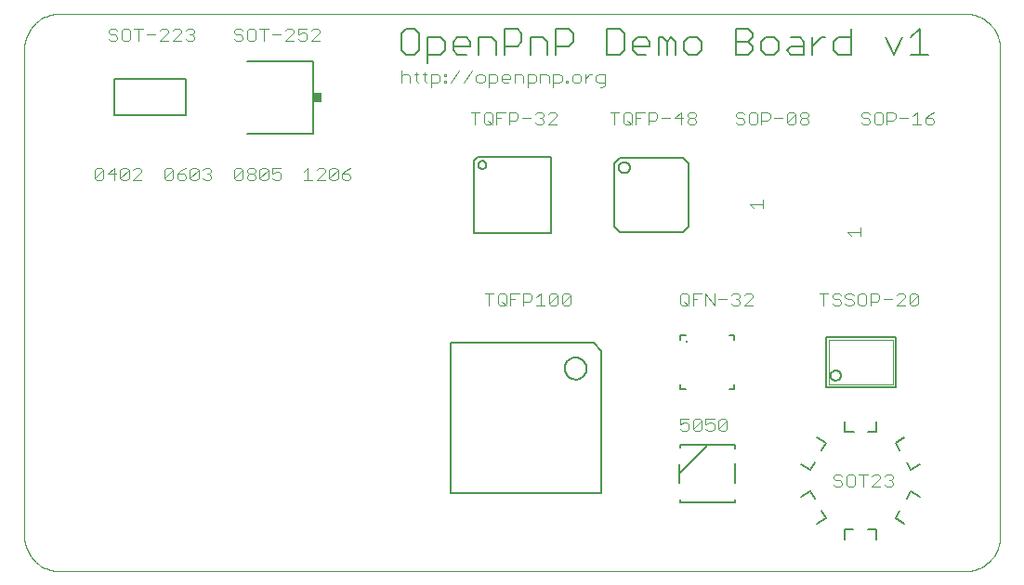
<source format=gto>
G75*
%MOIN*%
%OFA0B0*%
%FSLAX24Y24*%
%IPPOS*%
%LPD*%
%AMOC8*
5,1,8,0,0,1.08239X$1,22.5*
%
%ADD10C,0.0040*%
%ADD11C,0.0080*%
%ADD12C,0.0000*%
%ADD13C,0.0050*%
%ADD14R,0.0089X0.0089*%
%ADD15R,0.0300X0.0340*%
%ADD16C,0.0060*%
%ADD17C,0.0020*%
D10*
X016773Y009620D02*
X016773Y010080D01*
X016620Y010080D02*
X016927Y010080D01*
X017080Y010004D02*
X017157Y010080D01*
X017311Y010080D01*
X017387Y010004D01*
X017387Y009697D01*
X017311Y009620D01*
X017157Y009620D01*
X017080Y009697D01*
X017080Y010004D01*
X017234Y009773D02*
X017387Y009620D01*
X017541Y009620D02*
X017541Y010080D01*
X017848Y010080D01*
X018001Y010080D02*
X018231Y010080D01*
X018308Y010004D01*
X018308Y009850D01*
X018231Y009773D01*
X018001Y009773D01*
X018001Y009620D02*
X018001Y010080D01*
X017694Y009850D02*
X017541Y009850D01*
X018462Y009927D02*
X018615Y010080D01*
X018615Y009620D01*
X018462Y009620D02*
X018768Y009620D01*
X018922Y009697D02*
X018999Y009620D01*
X019152Y009620D01*
X019229Y009697D01*
X019229Y010004D01*
X018922Y009697D01*
X018922Y010004D01*
X018999Y010080D01*
X019152Y010080D01*
X019229Y010004D01*
X019382Y010004D02*
X019382Y009697D01*
X019689Y010004D01*
X019689Y009697D01*
X019613Y009620D01*
X019459Y009620D01*
X019382Y009697D01*
X019382Y010004D02*
X019459Y010080D01*
X019613Y010080D01*
X019689Y010004D01*
X023620Y010004D02*
X023620Y009697D01*
X023697Y009620D01*
X023850Y009620D01*
X023927Y009697D01*
X023927Y010004D01*
X023850Y010080D01*
X023697Y010080D01*
X023620Y010004D01*
X023773Y009773D02*
X023927Y009620D01*
X024080Y009620D02*
X024080Y010080D01*
X024387Y010080D01*
X024541Y010080D02*
X024848Y009620D01*
X024848Y010080D01*
X025001Y009850D02*
X025308Y009850D01*
X025462Y009697D02*
X025538Y009620D01*
X025692Y009620D01*
X025768Y009697D01*
X025768Y009773D01*
X025692Y009850D01*
X025615Y009850D01*
X025692Y009850D02*
X025768Y009927D01*
X025768Y010004D01*
X025692Y010080D01*
X025538Y010080D01*
X025462Y010004D01*
X025922Y010004D02*
X025999Y010080D01*
X026152Y010080D01*
X026229Y010004D01*
X026229Y009927D01*
X025922Y009620D01*
X026229Y009620D01*
X024541Y009620D02*
X024541Y010080D01*
X024234Y009850D02*
X024080Y009850D01*
X028620Y010080D02*
X028927Y010080D01*
X028773Y010080D02*
X028773Y009620D01*
X029080Y009697D02*
X029157Y009620D01*
X029311Y009620D01*
X029387Y009697D01*
X029387Y009773D01*
X029311Y009850D01*
X029157Y009850D01*
X029080Y009927D01*
X029080Y010004D01*
X029157Y010080D01*
X029311Y010080D01*
X029387Y010004D01*
X029541Y010004D02*
X029541Y009927D01*
X029618Y009850D01*
X029771Y009850D01*
X029848Y009773D01*
X029848Y009697D01*
X029771Y009620D01*
X029618Y009620D01*
X029541Y009697D01*
X029541Y010004D02*
X029618Y010080D01*
X029771Y010080D01*
X029848Y010004D01*
X030001Y010004D02*
X030001Y009697D01*
X030078Y009620D01*
X030231Y009620D01*
X030308Y009697D01*
X030308Y010004D01*
X030231Y010080D01*
X030078Y010080D01*
X030001Y010004D01*
X030462Y010080D02*
X030692Y010080D01*
X030768Y010004D01*
X030768Y009850D01*
X030692Y009773D01*
X030462Y009773D01*
X030462Y009620D02*
X030462Y010080D01*
X030922Y009850D02*
X031229Y009850D01*
X031382Y010004D02*
X031459Y010080D01*
X031613Y010080D01*
X031689Y010004D01*
X031689Y009927D01*
X031382Y009620D01*
X031689Y009620D01*
X031843Y009697D02*
X031919Y009620D01*
X032073Y009620D01*
X032150Y009697D01*
X032150Y010004D01*
X031843Y009697D01*
X031843Y010004D01*
X031919Y010080D01*
X032073Y010080D01*
X032150Y010004D01*
X030080Y012120D02*
X030080Y012427D01*
X030080Y012273D02*
X029620Y012273D01*
X029773Y012120D01*
X026580Y013120D02*
X026580Y013427D01*
X026580Y013273D02*
X026120Y013273D01*
X026273Y013120D01*
X026311Y016120D02*
X026387Y016197D01*
X026387Y016504D01*
X026311Y016580D01*
X026157Y016580D01*
X026080Y016504D01*
X026080Y016197D01*
X026157Y016120D01*
X026311Y016120D01*
X026541Y016120D02*
X026541Y016580D01*
X026771Y016580D01*
X026848Y016504D01*
X026848Y016350D01*
X026771Y016273D01*
X026541Y016273D01*
X027001Y016350D02*
X027308Y016350D01*
X027462Y016197D02*
X027538Y016120D01*
X027692Y016120D01*
X027768Y016197D01*
X027768Y016504D01*
X027462Y016197D01*
X027462Y016504D01*
X027538Y016580D01*
X027692Y016580D01*
X027768Y016504D01*
X027922Y016504D02*
X027999Y016580D01*
X028152Y016580D01*
X028229Y016504D01*
X028229Y016427D01*
X028152Y016350D01*
X027999Y016350D01*
X027922Y016427D01*
X027922Y016504D01*
X027999Y016350D02*
X027922Y016273D01*
X027922Y016197D01*
X027999Y016120D01*
X028152Y016120D01*
X028229Y016197D01*
X028229Y016273D01*
X028152Y016350D01*
X030120Y016427D02*
X030197Y016350D01*
X030350Y016350D01*
X030427Y016273D01*
X030427Y016197D01*
X030350Y016120D01*
X030197Y016120D01*
X030120Y016197D01*
X030120Y016427D02*
X030120Y016504D01*
X030197Y016580D01*
X030350Y016580D01*
X030427Y016504D01*
X030580Y016504D02*
X030580Y016197D01*
X030657Y016120D01*
X030811Y016120D01*
X030887Y016197D01*
X030887Y016504D01*
X030811Y016580D01*
X030657Y016580D01*
X030580Y016504D01*
X031041Y016580D02*
X031041Y016120D01*
X031041Y016273D02*
X031271Y016273D01*
X031348Y016350D01*
X031348Y016504D01*
X031271Y016580D01*
X031041Y016580D01*
X031501Y016350D02*
X031808Y016350D01*
X031962Y016427D02*
X032115Y016580D01*
X032115Y016120D01*
X031962Y016120D02*
X032268Y016120D01*
X032422Y016197D02*
X032499Y016120D01*
X032652Y016120D01*
X032729Y016197D01*
X032729Y016273D01*
X032652Y016350D01*
X032422Y016350D01*
X032422Y016197D01*
X032422Y016350D02*
X032575Y016504D01*
X032729Y016580D01*
X025927Y016504D02*
X025850Y016580D01*
X025697Y016580D01*
X025620Y016504D01*
X025620Y016427D01*
X025697Y016350D01*
X025850Y016350D01*
X025927Y016273D01*
X025927Y016197D01*
X025850Y016120D01*
X025697Y016120D01*
X025620Y016197D01*
X024189Y016197D02*
X024113Y016120D01*
X023959Y016120D01*
X023882Y016197D01*
X023882Y016273D01*
X023959Y016350D01*
X024113Y016350D01*
X024189Y016273D01*
X024189Y016197D01*
X024113Y016350D02*
X024189Y016427D01*
X024189Y016504D01*
X024113Y016580D01*
X023959Y016580D01*
X023882Y016504D01*
X023882Y016427D01*
X023959Y016350D01*
X023729Y016350D02*
X023422Y016350D01*
X023652Y016580D01*
X023652Y016120D01*
X023268Y016350D02*
X022962Y016350D01*
X022808Y016350D02*
X022808Y016504D01*
X022731Y016580D01*
X022501Y016580D01*
X022501Y016120D01*
X022501Y016273D02*
X022731Y016273D01*
X022808Y016350D01*
X022194Y016350D02*
X022041Y016350D01*
X021887Y016197D02*
X021811Y016120D01*
X021657Y016120D01*
X021580Y016197D01*
X021580Y016504D01*
X021657Y016580D01*
X021811Y016580D01*
X021887Y016504D01*
X021887Y016197D01*
X021887Y016120D02*
X021734Y016273D01*
X022041Y016120D02*
X022041Y016580D01*
X022348Y016580D01*
X021427Y016580D02*
X021120Y016580D01*
X021273Y016580D02*
X021273Y016120D01*
X019189Y016120D02*
X018882Y016120D01*
X019189Y016427D01*
X019189Y016504D01*
X019113Y016580D01*
X018959Y016580D01*
X018882Y016504D01*
X018729Y016504D02*
X018729Y016427D01*
X018652Y016350D01*
X018729Y016273D01*
X018729Y016197D01*
X018652Y016120D01*
X018499Y016120D01*
X018422Y016197D01*
X018575Y016350D02*
X018652Y016350D01*
X018729Y016504D02*
X018652Y016580D01*
X018499Y016580D01*
X018422Y016504D01*
X018268Y016350D02*
X017962Y016350D01*
X017808Y016350D02*
X017808Y016504D01*
X017731Y016580D01*
X017501Y016580D01*
X017501Y016120D01*
X017501Y016273D02*
X017731Y016273D01*
X017808Y016350D01*
X017348Y016580D02*
X017041Y016580D01*
X017041Y016120D01*
X016887Y016120D02*
X016734Y016273D01*
X016887Y016197D02*
X016811Y016120D01*
X016657Y016120D01*
X016580Y016197D01*
X016580Y016504D01*
X016657Y016580D01*
X016811Y016580D01*
X016887Y016504D01*
X016887Y016197D01*
X017041Y016350D02*
X017194Y016350D01*
X016427Y016580D02*
X016120Y016580D01*
X016273Y016580D02*
X016273Y016120D01*
X016766Y017467D02*
X016766Y017927D01*
X016996Y017927D01*
X017073Y017850D01*
X017073Y017697D01*
X016996Y017620D01*
X016766Y017620D01*
X016613Y017697D02*
X016613Y017850D01*
X016536Y017927D01*
X016382Y017927D01*
X016306Y017850D01*
X016306Y017697D01*
X016382Y017620D01*
X016536Y017620D01*
X016613Y017697D01*
X017226Y017697D02*
X017226Y017850D01*
X017303Y017927D01*
X017457Y017927D01*
X017533Y017850D01*
X017533Y017773D01*
X017226Y017773D01*
X017226Y017697D02*
X017303Y017620D01*
X017457Y017620D01*
X017687Y017620D02*
X017687Y017927D01*
X017917Y017927D01*
X017994Y017850D01*
X017994Y017620D01*
X018147Y017620D02*
X018377Y017620D01*
X018454Y017697D01*
X018454Y017850D01*
X018377Y017927D01*
X018147Y017927D01*
X018147Y017467D01*
X018608Y017620D02*
X018608Y017927D01*
X018838Y017927D01*
X018915Y017850D01*
X018915Y017620D01*
X019068Y017620D02*
X019298Y017620D01*
X019375Y017697D01*
X019375Y017850D01*
X019298Y017927D01*
X019068Y017927D01*
X019068Y017467D01*
X019528Y017620D02*
X019605Y017620D01*
X019605Y017697D01*
X019528Y017697D01*
X019528Y017620D01*
X019759Y017697D02*
X019759Y017850D01*
X019835Y017927D01*
X019989Y017927D01*
X020065Y017850D01*
X020065Y017697D01*
X019989Y017620D01*
X019835Y017620D01*
X019759Y017697D01*
X020219Y017773D02*
X020372Y017927D01*
X020449Y017927D01*
X020603Y017850D02*
X020603Y017697D01*
X020679Y017620D01*
X020910Y017620D01*
X020910Y017543D02*
X020910Y017927D01*
X020679Y017927D01*
X020603Y017850D01*
X020219Y017927D02*
X020219Y017620D01*
X020756Y017467D02*
X020833Y017467D01*
X020910Y017543D01*
X016152Y018080D02*
X015845Y017620D01*
X015385Y017620D02*
X015692Y018080D01*
X015231Y017927D02*
X015231Y017850D01*
X015155Y017850D01*
X015155Y017927D01*
X015231Y017927D01*
X015231Y017697D02*
X015231Y017620D01*
X015155Y017620D01*
X015155Y017697D01*
X015231Y017697D01*
X015001Y017697D02*
X015001Y017850D01*
X014924Y017927D01*
X014694Y017927D01*
X014694Y017467D01*
X014694Y017620D02*
X014924Y017620D01*
X015001Y017697D01*
X014541Y017620D02*
X014464Y017697D01*
X014464Y018004D01*
X014387Y017927D02*
X014541Y017927D01*
X014234Y017927D02*
X014080Y017927D01*
X014157Y018004D02*
X014157Y017697D01*
X014234Y017620D01*
X013927Y017620D02*
X013927Y017850D01*
X013850Y017927D01*
X013697Y017927D01*
X013620Y017850D01*
X013620Y018080D02*
X013620Y017620D01*
X010689Y019120D02*
X010382Y019120D01*
X010689Y019427D01*
X010689Y019504D01*
X010613Y019580D01*
X010459Y019580D01*
X010382Y019504D01*
X010229Y019580D02*
X009922Y019580D01*
X009922Y019350D01*
X010075Y019427D01*
X010152Y019427D01*
X010229Y019350D01*
X010229Y019197D01*
X010152Y019120D01*
X009999Y019120D01*
X009922Y019197D01*
X009768Y019120D02*
X009462Y019120D01*
X009768Y019427D01*
X009768Y019504D01*
X009692Y019580D01*
X009538Y019580D01*
X009462Y019504D01*
X009308Y019350D02*
X009001Y019350D01*
X008848Y019580D02*
X008541Y019580D01*
X008694Y019580D02*
X008694Y019120D01*
X008387Y019197D02*
X008387Y019504D01*
X008311Y019580D01*
X008157Y019580D01*
X008080Y019504D01*
X008080Y019197D01*
X008157Y019120D01*
X008311Y019120D01*
X008387Y019197D01*
X007927Y019197D02*
X007850Y019120D01*
X007697Y019120D01*
X007620Y019197D01*
X007697Y019350D02*
X007850Y019350D01*
X007927Y019273D01*
X007927Y019197D01*
X007697Y019350D02*
X007620Y019427D01*
X007620Y019504D01*
X007697Y019580D01*
X007850Y019580D01*
X007927Y019504D01*
X006189Y019504D02*
X006189Y019427D01*
X006113Y019350D01*
X006189Y019273D01*
X006189Y019197D01*
X006113Y019120D01*
X005959Y019120D01*
X005882Y019197D01*
X005729Y019120D02*
X005422Y019120D01*
X005729Y019427D01*
X005729Y019504D01*
X005652Y019580D01*
X005499Y019580D01*
X005422Y019504D01*
X005268Y019504D02*
X005192Y019580D01*
X005038Y019580D01*
X004962Y019504D01*
X004808Y019350D02*
X004501Y019350D01*
X004348Y019580D02*
X004041Y019580D01*
X004194Y019580D02*
X004194Y019120D01*
X003887Y019197D02*
X003887Y019504D01*
X003811Y019580D01*
X003657Y019580D01*
X003580Y019504D01*
X003580Y019197D01*
X003657Y019120D01*
X003811Y019120D01*
X003887Y019197D01*
X003427Y019197D02*
X003350Y019120D01*
X003197Y019120D01*
X003120Y019197D01*
X003197Y019350D02*
X003120Y019427D01*
X003120Y019504D01*
X003197Y019580D01*
X003350Y019580D01*
X003427Y019504D01*
X003350Y019350D02*
X003427Y019273D01*
X003427Y019197D01*
X003350Y019350D02*
X003197Y019350D01*
X004962Y019120D02*
X005268Y019427D01*
X005268Y019504D01*
X005268Y019120D02*
X004962Y019120D01*
X005882Y019504D02*
X005959Y019580D01*
X006113Y019580D01*
X006189Y019504D01*
X006113Y019350D02*
X006036Y019350D01*
X006118Y014580D02*
X006271Y014580D01*
X006348Y014504D01*
X006041Y014197D01*
X006118Y014120D01*
X006271Y014120D01*
X006348Y014197D01*
X006348Y014504D01*
X006501Y014504D02*
X006578Y014580D01*
X006731Y014580D01*
X006808Y014504D01*
X006808Y014427D01*
X006731Y014350D01*
X006808Y014273D01*
X006808Y014197D01*
X006731Y014120D01*
X006578Y014120D01*
X006501Y014197D01*
X006655Y014350D02*
X006731Y014350D01*
X006118Y014580D02*
X006041Y014504D01*
X006041Y014197D01*
X005887Y014197D02*
X005811Y014120D01*
X005657Y014120D01*
X005580Y014197D01*
X005580Y014350D01*
X005811Y014350D01*
X005887Y014273D01*
X005887Y014197D01*
X005734Y014504D02*
X005580Y014350D01*
X005427Y014197D02*
X005427Y014504D01*
X005120Y014197D01*
X005197Y014120D01*
X005350Y014120D01*
X005427Y014197D01*
X005427Y014504D02*
X005350Y014580D01*
X005197Y014580D01*
X005120Y014504D01*
X005120Y014197D01*
X005734Y014504D02*
X005887Y014580D01*
X004308Y014504D02*
X004231Y014580D01*
X004078Y014580D01*
X004001Y014504D01*
X003848Y014504D02*
X003541Y014197D01*
X003618Y014120D01*
X003771Y014120D01*
X003848Y014197D01*
X003848Y014504D01*
X003771Y014580D01*
X003618Y014580D01*
X003541Y014504D01*
X003541Y014197D01*
X003387Y014350D02*
X003080Y014350D01*
X003311Y014580D01*
X003311Y014120D01*
X002927Y014197D02*
X002850Y014120D01*
X002697Y014120D01*
X002620Y014197D01*
X002927Y014504D01*
X002927Y014197D01*
X002927Y014504D02*
X002850Y014580D01*
X002697Y014580D01*
X002620Y014504D01*
X002620Y014197D01*
X004001Y014120D02*
X004308Y014427D01*
X004308Y014504D01*
X004308Y014120D02*
X004001Y014120D01*
X007620Y014197D02*
X007697Y014120D01*
X007850Y014120D01*
X007927Y014197D01*
X007927Y014504D01*
X007620Y014197D01*
X007620Y014504D01*
X007697Y014580D01*
X007850Y014580D01*
X007927Y014504D01*
X008080Y014504D02*
X008080Y014427D01*
X008157Y014350D01*
X008311Y014350D01*
X008387Y014273D01*
X008387Y014197D01*
X008311Y014120D01*
X008157Y014120D01*
X008080Y014197D01*
X008080Y014273D01*
X008157Y014350D01*
X008311Y014350D02*
X008387Y014427D01*
X008387Y014504D01*
X008311Y014580D01*
X008157Y014580D01*
X008080Y014504D01*
X008541Y014504D02*
X008541Y014197D01*
X008848Y014504D01*
X008848Y014197D01*
X008771Y014120D01*
X008618Y014120D01*
X008541Y014197D01*
X008541Y014504D02*
X008618Y014580D01*
X008771Y014580D01*
X008848Y014504D01*
X009001Y014580D02*
X009001Y014350D01*
X009155Y014427D01*
X009231Y014427D01*
X009308Y014350D01*
X009308Y014197D01*
X009231Y014120D01*
X009078Y014120D01*
X009001Y014197D01*
X009001Y014580D02*
X009308Y014580D01*
X010120Y014427D02*
X010273Y014580D01*
X010273Y014120D01*
X010120Y014120D02*
X010427Y014120D01*
X010580Y014120D02*
X010887Y014427D01*
X010887Y014504D01*
X010811Y014580D01*
X010657Y014580D01*
X010580Y014504D01*
X011041Y014504D02*
X011041Y014197D01*
X011348Y014504D01*
X011348Y014197D01*
X011271Y014120D01*
X011118Y014120D01*
X011041Y014197D01*
X010887Y014120D02*
X010580Y014120D01*
X011041Y014504D02*
X011118Y014580D01*
X011271Y014580D01*
X011348Y014504D01*
X011501Y014350D02*
X011731Y014350D01*
X011808Y014273D01*
X011808Y014197D01*
X011731Y014120D01*
X011578Y014120D01*
X011501Y014197D01*
X011501Y014350D01*
X011655Y014504D01*
X011808Y014580D01*
X023620Y005580D02*
X023620Y005350D01*
X023773Y005427D01*
X023850Y005427D01*
X023927Y005350D01*
X023927Y005197D01*
X023850Y005120D01*
X023697Y005120D01*
X023620Y005197D01*
X024080Y005197D02*
X024387Y005504D01*
X024387Y005197D01*
X024311Y005120D01*
X024157Y005120D01*
X024080Y005197D01*
X024080Y005504D01*
X024157Y005580D01*
X024311Y005580D01*
X024387Y005504D01*
X024541Y005580D02*
X024541Y005350D01*
X024694Y005427D01*
X024771Y005427D01*
X024848Y005350D01*
X024848Y005197D01*
X024771Y005120D01*
X024618Y005120D01*
X024541Y005197D01*
X024541Y005580D02*
X024848Y005580D01*
X025001Y005504D02*
X025078Y005580D01*
X025231Y005580D01*
X025308Y005504D01*
X025001Y005197D01*
X025078Y005120D01*
X025231Y005120D01*
X025308Y005197D01*
X025308Y005504D01*
X025001Y005504D02*
X025001Y005197D01*
X023927Y005580D02*
X023620Y005580D01*
X029120Y003504D02*
X029120Y003427D01*
X029197Y003350D01*
X029350Y003350D01*
X029427Y003273D01*
X029427Y003197D01*
X029350Y003120D01*
X029197Y003120D01*
X029120Y003197D01*
X029120Y003504D02*
X029197Y003580D01*
X029350Y003580D01*
X029427Y003504D01*
X029580Y003504D02*
X029580Y003197D01*
X029657Y003120D01*
X029811Y003120D01*
X029887Y003197D01*
X029887Y003504D01*
X029811Y003580D01*
X029657Y003580D01*
X029580Y003504D01*
X030041Y003580D02*
X030348Y003580D01*
X030194Y003580D02*
X030194Y003120D01*
X030501Y003120D02*
X030808Y003427D01*
X030808Y003504D01*
X030731Y003580D01*
X030578Y003580D01*
X030501Y003504D01*
X030962Y003504D02*
X031038Y003580D01*
X031192Y003580D01*
X031268Y003504D01*
X031268Y003427D01*
X031192Y003350D01*
X031268Y003273D01*
X031268Y003197D01*
X031192Y003120D01*
X031038Y003120D01*
X030962Y003197D01*
X030808Y003120D02*
X030501Y003120D01*
X031115Y003350D02*
X031192Y003350D01*
D11*
X025600Y003280D02*
X025600Y003950D01*
X025588Y004513D02*
X025588Y004620D01*
X025568Y004620D01*
X025568Y004621D01*
X023612Y004621D01*
X023612Y004532D01*
X023600Y003600D02*
X024600Y004600D01*
X023600Y003940D02*
X023600Y003600D01*
X023600Y003260D01*
X023611Y002663D02*
X023611Y002572D01*
X025560Y002572D01*
X025560Y002570D01*
X025580Y002570D01*
X025580Y002670D01*
X010450Y015810D02*
X008090Y015810D01*
X005890Y016450D02*
X003310Y016450D01*
X003310Y017750D01*
X005890Y017750D01*
X005890Y016450D01*
X008090Y018390D02*
X010450Y018390D01*
X010450Y015810D01*
X014561Y018333D02*
X014561Y019254D01*
X015021Y019254D01*
X015175Y019100D01*
X015175Y018793D01*
X015021Y018640D01*
X014561Y018640D01*
X014254Y018793D02*
X014254Y019407D01*
X014100Y019561D01*
X013793Y019561D01*
X013640Y019407D01*
X013640Y018793D01*
X013793Y018640D01*
X014100Y018640D01*
X014254Y018793D01*
X015482Y018793D02*
X015482Y019100D01*
X015635Y019254D01*
X015942Y019254D01*
X016095Y019100D01*
X016095Y018947D01*
X015482Y018947D01*
X015482Y018793D02*
X015635Y018640D01*
X015942Y018640D01*
X016402Y018640D02*
X016402Y019254D01*
X016863Y019254D01*
X017016Y019100D01*
X017016Y018640D01*
X017323Y018640D02*
X017323Y019561D01*
X017784Y019561D01*
X017937Y019407D01*
X017937Y019100D01*
X017784Y018947D01*
X017323Y018947D01*
X018244Y019254D02*
X018704Y019254D01*
X018858Y019100D01*
X018858Y018640D01*
X019165Y018640D02*
X019165Y019561D01*
X019625Y019561D01*
X019779Y019407D01*
X019779Y019100D01*
X019625Y018947D01*
X019165Y018947D01*
X018244Y018640D02*
X018244Y019254D01*
X021006Y019561D02*
X021006Y018640D01*
X021467Y018640D01*
X021620Y018793D01*
X021620Y019407D01*
X021467Y019561D01*
X021006Y019561D01*
X021927Y019100D02*
X021927Y018793D01*
X022081Y018640D01*
X022387Y018640D01*
X022541Y018947D02*
X021927Y018947D01*
X021927Y019100D02*
X022081Y019254D01*
X022387Y019254D01*
X022541Y019100D01*
X022541Y018947D01*
X022848Y018640D02*
X022848Y019254D01*
X023001Y019254D01*
X023155Y019100D01*
X023308Y019254D01*
X023462Y019100D01*
X023462Y018640D01*
X023155Y018640D02*
X023155Y019100D01*
X023769Y019100D02*
X023769Y018793D01*
X023922Y018640D01*
X024229Y018640D01*
X024383Y018793D01*
X024383Y019100D01*
X024229Y019254D01*
X023922Y019254D01*
X023769Y019100D01*
X025610Y019100D02*
X026071Y019100D01*
X026224Y018947D01*
X026224Y018793D01*
X026071Y018640D01*
X025610Y018640D01*
X025610Y019561D01*
X026071Y019561D01*
X026224Y019407D01*
X026224Y019254D01*
X026071Y019100D01*
X026531Y019100D02*
X026531Y018793D01*
X026684Y018640D01*
X026991Y018640D01*
X027145Y018793D01*
X027145Y019100D01*
X026991Y019254D01*
X026684Y019254D01*
X026531Y019100D01*
X027452Y018793D02*
X027605Y018947D01*
X028066Y018947D01*
X028066Y019100D02*
X028066Y018640D01*
X027605Y018640D01*
X027452Y018793D01*
X027605Y019254D02*
X027912Y019254D01*
X028066Y019100D01*
X028373Y018947D02*
X028680Y019254D01*
X028833Y019254D01*
X029140Y019100D02*
X029293Y019254D01*
X029754Y019254D01*
X029754Y019561D02*
X029754Y018640D01*
X029293Y018640D01*
X029140Y018793D01*
X029140Y019100D01*
X028373Y019254D02*
X028373Y018640D01*
X030981Y019254D02*
X031288Y018640D01*
X031595Y019254D01*
X031902Y019254D02*
X032209Y019561D01*
X032209Y018640D01*
X031902Y018640D02*
X032516Y018640D01*
D12*
X033850Y000100D02*
X001350Y000100D01*
X001282Y000102D01*
X001215Y000107D01*
X001148Y000116D01*
X001081Y000129D01*
X001016Y000146D01*
X000951Y000165D01*
X000887Y000189D01*
X000825Y000216D01*
X000764Y000246D01*
X000706Y000279D01*
X000649Y000315D01*
X000594Y000355D01*
X000541Y000397D01*
X000490Y000443D01*
X000443Y000490D01*
X000397Y000541D01*
X000355Y000594D01*
X000315Y000649D01*
X000279Y000706D01*
X000246Y000764D01*
X000216Y000825D01*
X000189Y000887D01*
X000165Y000951D01*
X000146Y001016D01*
X000129Y001081D01*
X000116Y001148D01*
X000107Y001215D01*
X000102Y001282D01*
X000100Y001350D01*
X000100Y018850D01*
X000102Y018918D01*
X000107Y018985D01*
X000116Y019052D01*
X000129Y019119D01*
X000146Y019184D01*
X000165Y019249D01*
X000189Y019313D01*
X000216Y019375D01*
X000246Y019436D01*
X000279Y019494D01*
X000315Y019551D01*
X000355Y019606D01*
X000397Y019659D01*
X000443Y019710D01*
X000490Y019757D01*
X000541Y019803D01*
X000594Y019845D01*
X000649Y019885D01*
X000706Y019921D01*
X000764Y019954D01*
X000825Y019984D01*
X000887Y020011D01*
X000951Y020035D01*
X001016Y020054D01*
X001081Y020071D01*
X001148Y020084D01*
X001215Y020093D01*
X001282Y020098D01*
X001350Y020100D01*
X033850Y020100D01*
X033918Y020098D01*
X033985Y020093D01*
X034052Y020084D01*
X034119Y020071D01*
X034184Y020054D01*
X034249Y020035D01*
X034313Y020011D01*
X034375Y019984D01*
X034436Y019954D01*
X034494Y019921D01*
X034551Y019885D01*
X034606Y019845D01*
X034659Y019803D01*
X034710Y019757D01*
X034757Y019710D01*
X034803Y019659D01*
X034845Y019606D01*
X034885Y019551D01*
X034921Y019494D01*
X034954Y019436D01*
X034984Y019375D01*
X035011Y019313D01*
X035035Y019249D01*
X035054Y019184D01*
X035071Y019119D01*
X035084Y019052D01*
X035093Y018985D01*
X035098Y018918D01*
X035100Y018850D01*
X035100Y001350D01*
X035098Y001282D01*
X035093Y001215D01*
X035084Y001148D01*
X035071Y001081D01*
X035054Y001016D01*
X035035Y000951D01*
X035011Y000887D01*
X034984Y000825D01*
X034954Y000764D01*
X034921Y000706D01*
X034885Y000649D01*
X034845Y000594D01*
X034803Y000541D01*
X034757Y000490D01*
X034710Y000443D01*
X034659Y000397D01*
X034606Y000355D01*
X034551Y000315D01*
X034494Y000279D01*
X034436Y000246D01*
X034375Y000216D01*
X034313Y000189D01*
X034249Y000165D01*
X034184Y000146D01*
X034119Y000129D01*
X034052Y000116D01*
X033985Y000107D01*
X033918Y000102D01*
X033850Y000100D01*
D13*
X025565Y006635D02*
X025565Y006813D01*
X025565Y006635D02*
X025387Y006635D01*
X023813Y006635D02*
X023635Y006635D01*
X023635Y006813D01*
X023635Y008387D02*
X023635Y008565D01*
X023813Y008565D01*
X025387Y008565D02*
X025565Y008565D01*
X025565Y008387D01*
D14*
X023867Y008333D03*
D15*
X010640Y017100D03*
D16*
X016220Y014840D02*
X016360Y014980D01*
X018980Y014980D01*
X018980Y012220D01*
X016220Y012220D01*
X016220Y014840D01*
X016379Y014680D02*
X016381Y014703D01*
X016387Y014726D01*
X016396Y014747D01*
X016409Y014767D01*
X016425Y014784D01*
X016443Y014798D01*
X016463Y014809D01*
X016485Y014817D01*
X016508Y014821D01*
X016532Y014821D01*
X016555Y014817D01*
X016577Y014809D01*
X016597Y014798D01*
X016615Y014784D01*
X016631Y014767D01*
X016644Y014747D01*
X016653Y014726D01*
X016659Y014703D01*
X016661Y014680D01*
X016659Y014657D01*
X016653Y014634D01*
X016644Y014613D01*
X016631Y014593D01*
X016615Y014576D01*
X016597Y014562D01*
X016577Y014551D01*
X016555Y014543D01*
X016532Y014539D01*
X016508Y014539D01*
X016485Y014543D01*
X016463Y014551D01*
X016443Y014562D01*
X016425Y014576D01*
X016409Y014593D01*
X016396Y014613D01*
X016387Y014634D01*
X016381Y014657D01*
X016379Y014680D01*
X021272Y014731D02*
X021272Y012469D01*
X021469Y012272D01*
X023731Y012272D01*
X023928Y012469D01*
X023928Y014731D01*
X023731Y014928D01*
X021469Y014928D01*
X021272Y014731D01*
X021419Y014584D02*
X021421Y014611D01*
X021427Y014638D01*
X021436Y014664D01*
X021449Y014688D01*
X021465Y014711D01*
X021484Y014730D01*
X021506Y014747D01*
X021530Y014761D01*
X021555Y014771D01*
X021582Y014778D01*
X021609Y014781D01*
X021637Y014780D01*
X021664Y014775D01*
X021690Y014767D01*
X021714Y014755D01*
X021737Y014739D01*
X021758Y014721D01*
X021775Y014700D01*
X021790Y014676D01*
X021801Y014651D01*
X021809Y014625D01*
X021813Y014598D01*
X021813Y014570D01*
X021809Y014543D01*
X021801Y014517D01*
X021790Y014492D01*
X021775Y014468D01*
X021758Y014447D01*
X021737Y014429D01*
X021715Y014413D01*
X021690Y014401D01*
X021664Y014393D01*
X021637Y014388D01*
X021609Y014387D01*
X021582Y014390D01*
X021555Y014397D01*
X021530Y014407D01*
X021506Y014421D01*
X021484Y014438D01*
X021465Y014457D01*
X021449Y014480D01*
X021436Y014504D01*
X021427Y014530D01*
X021421Y014557D01*
X021419Y014584D01*
X028854Y008499D02*
X028854Y006701D01*
X031346Y006701D01*
X031346Y008499D01*
X028854Y008499D01*
X029024Y007120D02*
X029026Y007146D01*
X029032Y007172D01*
X029041Y007196D01*
X029054Y007219D01*
X029070Y007240D01*
X029089Y007258D01*
X029110Y007274D01*
X029134Y007286D01*
X029158Y007294D01*
X029184Y007299D01*
X029211Y007300D01*
X029237Y007297D01*
X029262Y007290D01*
X029286Y007280D01*
X029309Y007266D01*
X029329Y007250D01*
X029346Y007230D01*
X029361Y007208D01*
X029372Y007184D01*
X029380Y007159D01*
X029384Y007133D01*
X029384Y007107D01*
X029380Y007081D01*
X029372Y007056D01*
X029361Y007032D01*
X029346Y007010D01*
X029329Y006990D01*
X029309Y006974D01*
X029286Y006960D01*
X029262Y006950D01*
X029237Y006943D01*
X029211Y006940D01*
X029184Y006941D01*
X029158Y006946D01*
X029134Y006954D01*
X029110Y006966D01*
X029089Y006982D01*
X029070Y007000D01*
X029054Y007021D01*
X029041Y007044D01*
X029032Y007068D01*
X029026Y007094D01*
X029024Y007120D01*
X029540Y005468D02*
X029540Y005090D01*
X029851Y005090D01*
X030359Y005090D02*
X030660Y005090D01*
X030660Y005468D01*
X031345Y004705D02*
X031672Y004894D01*
X031345Y004705D02*
X031500Y004436D01*
X031754Y003996D02*
X031905Y003735D01*
X032232Y003924D01*
X031905Y002965D02*
X031749Y002696D01*
X031905Y002965D02*
X032232Y002776D01*
X031495Y002256D02*
X031345Y001995D01*
X031672Y001806D01*
X030660Y001610D02*
X030660Y001232D01*
X030660Y001610D02*
X030349Y001610D01*
X029841Y001610D02*
X029540Y001610D01*
X029540Y001232D01*
X028855Y001995D02*
X028528Y001806D01*
X028855Y001995D02*
X028700Y002264D01*
X028446Y002704D02*
X028295Y002965D01*
X027968Y002776D01*
X028295Y003735D02*
X028451Y004004D01*
X028295Y003735D02*
X027968Y003924D01*
X028705Y004444D02*
X028855Y004705D01*
X028528Y004894D01*
X020806Y002894D02*
X020806Y008011D01*
X020511Y008306D01*
X015394Y008306D01*
X015394Y002894D01*
X020806Y002894D01*
X019478Y007372D02*
X019480Y007411D01*
X019486Y007450D01*
X019496Y007488D01*
X019509Y007525D01*
X019526Y007560D01*
X019546Y007594D01*
X019570Y007625D01*
X019597Y007654D01*
X019626Y007680D01*
X019658Y007703D01*
X019692Y007723D01*
X019728Y007739D01*
X019765Y007751D01*
X019804Y007760D01*
X019843Y007765D01*
X019882Y007766D01*
X019921Y007763D01*
X019960Y007756D01*
X019997Y007745D01*
X020034Y007731D01*
X020069Y007713D01*
X020102Y007692D01*
X020133Y007667D01*
X020161Y007640D01*
X020186Y007610D01*
X020208Y007577D01*
X020227Y007543D01*
X020242Y007507D01*
X020254Y007469D01*
X020262Y007431D01*
X020266Y007392D01*
X020266Y007352D01*
X020262Y007313D01*
X020254Y007275D01*
X020242Y007237D01*
X020227Y007201D01*
X020208Y007167D01*
X020186Y007134D01*
X020161Y007104D01*
X020133Y007077D01*
X020102Y007052D01*
X020069Y007031D01*
X020034Y007013D01*
X019997Y006999D01*
X019960Y006988D01*
X019921Y006981D01*
X019882Y006978D01*
X019843Y006979D01*
X019804Y006984D01*
X019765Y006993D01*
X019728Y007005D01*
X019692Y007021D01*
X019658Y007041D01*
X019626Y007064D01*
X019597Y007090D01*
X019570Y007119D01*
X019546Y007150D01*
X019526Y007184D01*
X019509Y007219D01*
X019496Y007256D01*
X019486Y007294D01*
X019480Y007333D01*
X019478Y007372D01*
D17*
X028944Y006791D02*
X028944Y008409D01*
X031256Y008409D01*
X031256Y006791D01*
X028944Y006791D01*
M02*

</source>
